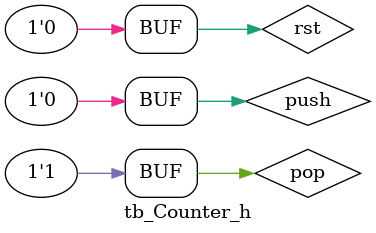
<source format=v>
`timescale 1ns / 1ps


module tb_Counter_h;
reg push;
reg rst;
reg pop;
//reg clk;
wire en;
wire [1:0] count;

Counter_h UUT(.push(push),.rst(rst), .pop(pop),.en(en),.count(count));
//.clk(clk),

initial begin
//clk = 0;
 push=0;
 pop=0;
rst = 1;
#10
rst = 0;
push=1;
#10
push=1;
#10
push=1;
#10
push=0;
#10
pop=1;
#10
pop=1;  

#50;
end
//always
//#10 clk=~clk;


endmodule

</source>
